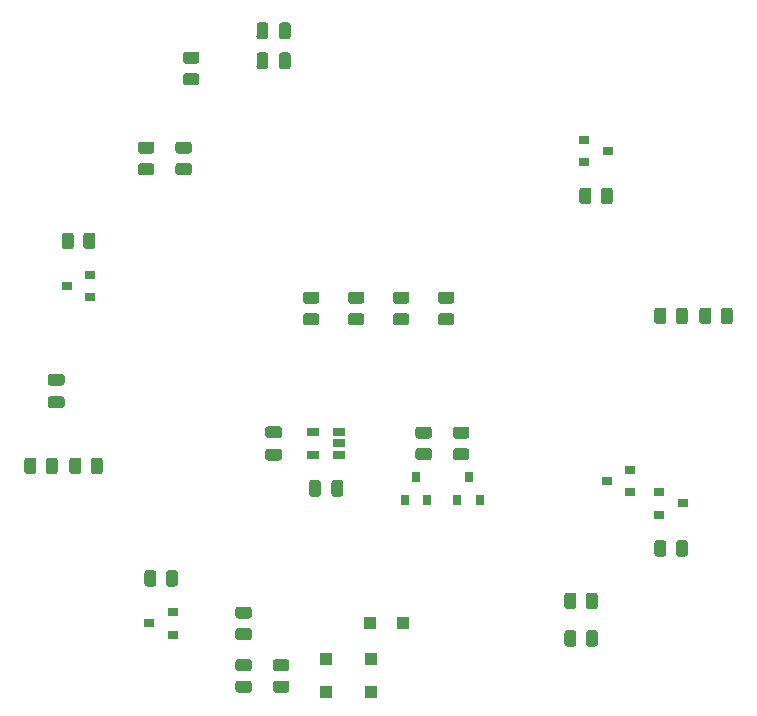
<source format=gbr>
G04 #@! TF.GenerationSoftware,KiCad,Pcbnew,(5.1.9-0-10_14)*
G04 #@! TF.CreationDate,2021-06-02T14:27:10-05:00*
G04 #@! TF.ProjectId,kbxIrBlaster,6b627849-7242-46c6-9173-7465722e6b69,rev?*
G04 #@! TF.SameCoordinates,Original*
G04 #@! TF.FileFunction,Paste,Bot*
G04 #@! TF.FilePolarity,Positive*
%FSLAX46Y46*%
G04 Gerber Fmt 4.6, Leading zero omitted, Abs format (unit mm)*
G04 Created by KiCad (PCBNEW (5.1.9-0-10_14)) date 2021-06-02 14:27:10*
%MOMM*%
%LPD*%
G01*
G04 APERTURE LIST*
%ADD10R,0.900000X0.800000*%
%ADD11R,1.100000X1.100000*%
%ADD12R,1.060000X0.650000*%
%ADD13R,0.800000X0.900000*%
G04 APERTURE END LIST*
D10*
X169320000Y-97620000D03*
X171320000Y-98570000D03*
X171320000Y-96670000D03*
G36*
G01*
X176190000Y-83199998D02*
X176190000Y-84100002D01*
G75*
G02*
X175940002Y-84350000I-249998J0D01*
G01*
X175414998Y-84350000D01*
G75*
G02*
X175165000Y-84100002I0J249998D01*
G01*
X175165000Y-83199998D01*
G75*
G02*
X175414998Y-82950000I249998J0D01*
G01*
X175940002Y-82950000D01*
G75*
G02*
X176190000Y-83199998I0J-249998D01*
G01*
G37*
G36*
G01*
X174365000Y-83199998D02*
X174365000Y-84100002D01*
G75*
G02*
X174115002Y-84350000I-249998J0D01*
G01*
X173589998Y-84350000D01*
G75*
G02*
X173340000Y-84100002I0J249998D01*
G01*
X173340000Y-83199998D01*
G75*
G02*
X173589998Y-82950000I249998J0D01*
G01*
X174115002Y-82950000D01*
G75*
G02*
X174365000Y-83199998I0J-249998D01*
G01*
G37*
G36*
G01*
X167545000Y-108230002D02*
X167545000Y-107329998D01*
G75*
G02*
X167794998Y-107080000I249998J0D01*
G01*
X168320002Y-107080000D01*
G75*
G02*
X168570000Y-107329998I0J-249998D01*
G01*
X168570000Y-108230002D01*
G75*
G02*
X168320002Y-108480000I-249998J0D01*
G01*
X167794998Y-108480000D01*
G75*
G02*
X167545000Y-108230002I0J249998D01*
G01*
G37*
G36*
G01*
X165720000Y-108230002D02*
X165720000Y-107329998D01*
G75*
G02*
X165969998Y-107080000I249998J0D01*
G01*
X166495002Y-107080000D01*
G75*
G02*
X166745000Y-107329998I0J-249998D01*
G01*
X166745000Y-108230002D01*
G75*
G02*
X166495002Y-108480000I-249998J0D01*
G01*
X165969998Y-108480000D01*
G75*
G02*
X165720000Y-108230002I0J249998D01*
G01*
G37*
G36*
G01*
X125635000Y-96800002D02*
X125635000Y-95899998D01*
G75*
G02*
X125884998Y-95650000I249998J0D01*
G01*
X126410002Y-95650000D01*
G75*
G02*
X126660000Y-95899998I0J-249998D01*
G01*
X126660000Y-96800002D01*
G75*
G02*
X126410002Y-97050000I-249998J0D01*
G01*
X125884998Y-97050000D01*
G75*
G02*
X125635000Y-96800002I0J249998D01*
G01*
G37*
G36*
G01*
X123810000Y-96800002D02*
X123810000Y-95899998D01*
G75*
G02*
X124059998Y-95650000I249998J0D01*
G01*
X124585002Y-95650000D01*
G75*
G02*
X124835000Y-95899998I0J-249998D01*
G01*
X124835000Y-96800002D01*
G75*
G02*
X124585002Y-97050000I-249998J0D01*
G01*
X124059998Y-97050000D01*
G75*
G02*
X123810000Y-96800002I0J249998D01*
G01*
G37*
G36*
G01*
X133940002Y-69915000D02*
X133039998Y-69915000D01*
G75*
G02*
X132790000Y-69665002I0J249998D01*
G01*
X132790000Y-69139998D01*
G75*
G02*
X133039998Y-68890000I249998J0D01*
G01*
X133940002Y-68890000D01*
G75*
G02*
X134190000Y-69139998I0J-249998D01*
G01*
X134190000Y-69665002D01*
G75*
G02*
X133940002Y-69915000I-249998J0D01*
G01*
G37*
G36*
G01*
X133940002Y-71740000D02*
X133039998Y-71740000D01*
G75*
G02*
X132790000Y-71490002I0J249998D01*
G01*
X132790000Y-70964998D01*
G75*
G02*
X133039998Y-70715000I249998J0D01*
G01*
X133940002Y-70715000D01*
G75*
G02*
X134190000Y-70964998I0J-249998D01*
G01*
X134190000Y-71490002D01*
G75*
G02*
X133940002Y-71740000I-249998J0D01*
G01*
G37*
D11*
X145555000Y-115530000D03*
X145555000Y-112730000D03*
X152035000Y-109685000D03*
X149235000Y-109685000D03*
X149365000Y-115530000D03*
X149365000Y-112730000D03*
D12*
X144455000Y-93495000D03*
X144455000Y-95395000D03*
X146655000Y-95395000D03*
X146655000Y-94445000D03*
X146655000Y-93495000D03*
G36*
G01*
X139020002Y-113730000D02*
X138119998Y-113730000D01*
G75*
G02*
X137870000Y-113480002I0J249998D01*
G01*
X137870000Y-112954998D01*
G75*
G02*
X138119998Y-112705000I249998J0D01*
G01*
X139020002Y-112705000D01*
G75*
G02*
X139270000Y-112954998I0J-249998D01*
G01*
X139270000Y-113480002D01*
G75*
G02*
X139020002Y-113730000I-249998J0D01*
G01*
G37*
G36*
G01*
X139020002Y-115555000D02*
X138119998Y-115555000D01*
G75*
G02*
X137870000Y-115305002I0J249998D01*
G01*
X137870000Y-114779998D01*
G75*
G02*
X138119998Y-114530000I249998J0D01*
G01*
X139020002Y-114530000D01*
G75*
G02*
X139270000Y-114779998I0J-249998D01*
G01*
X139270000Y-115305002D01*
G75*
G02*
X139020002Y-115555000I-249998J0D01*
G01*
G37*
G36*
G01*
X138119998Y-110085000D02*
X139020002Y-110085000D01*
G75*
G02*
X139270000Y-110334998I0J-249998D01*
G01*
X139270000Y-110860002D01*
G75*
G02*
X139020002Y-111110000I-249998J0D01*
G01*
X138119998Y-111110000D01*
G75*
G02*
X137870000Y-110860002I0J249998D01*
G01*
X137870000Y-110334998D01*
G75*
G02*
X138119998Y-110085000I249998J0D01*
G01*
G37*
G36*
G01*
X138119998Y-108260000D02*
X139020002Y-108260000D01*
G75*
G02*
X139270000Y-108509998I0J-249998D01*
G01*
X139270000Y-109035002D01*
G75*
G02*
X139020002Y-109285000I-249998J0D01*
G01*
X138119998Y-109285000D01*
G75*
G02*
X137870000Y-109035002I0J249998D01*
G01*
X137870000Y-108509998D01*
G75*
G02*
X138119998Y-108260000I249998J0D01*
G01*
G37*
G36*
G01*
X157435002Y-94045000D02*
X156534998Y-94045000D01*
G75*
G02*
X156285000Y-93795002I0J249998D01*
G01*
X156285000Y-93269998D01*
G75*
G02*
X156534998Y-93020000I249998J0D01*
G01*
X157435002Y-93020000D01*
G75*
G02*
X157685000Y-93269998I0J-249998D01*
G01*
X157685000Y-93795002D01*
G75*
G02*
X157435002Y-94045000I-249998J0D01*
G01*
G37*
G36*
G01*
X157435002Y-95870000D02*
X156534998Y-95870000D01*
G75*
G02*
X156285000Y-95620002I0J249998D01*
G01*
X156285000Y-95094998D01*
G75*
G02*
X156534998Y-94845000I249998J0D01*
G01*
X157435002Y-94845000D01*
G75*
G02*
X157685000Y-95094998I0J-249998D01*
G01*
X157685000Y-95620002D01*
G75*
G02*
X157435002Y-95870000I-249998J0D01*
G01*
G37*
G36*
G01*
X141294998Y-114530000D02*
X142195002Y-114530000D01*
G75*
G02*
X142445000Y-114779998I0J-249998D01*
G01*
X142445000Y-115305002D01*
G75*
G02*
X142195002Y-115555000I-249998J0D01*
G01*
X141294998Y-115555000D01*
G75*
G02*
X141045000Y-115305002I0J249998D01*
G01*
X141045000Y-114779998D01*
G75*
G02*
X141294998Y-114530000I249998J0D01*
G01*
G37*
G36*
G01*
X141294998Y-112705000D02*
X142195002Y-112705000D01*
G75*
G02*
X142445000Y-112954998I0J-249998D01*
G01*
X142445000Y-113480002D01*
G75*
G02*
X142195002Y-113730000I-249998J0D01*
G01*
X141294998Y-113730000D01*
G75*
G02*
X141045000Y-113480002I0J249998D01*
G01*
X141045000Y-112954998D01*
G75*
G02*
X141294998Y-112705000I249998J0D01*
G01*
G37*
G36*
G01*
X134575002Y-64120000D02*
X133674998Y-64120000D01*
G75*
G02*
X133425000Y-63870002I0J249998D01*
G01*
X133425000Y-63344998D01*
G75*
G02*
X133674998Y-63095000I249998J0D01*
G01*
X134575002Y-63095000D01*
G75*
G02*
X134825000Y-63344998I0J-249998D01*
G01*
X134825000Y-63870002D01*
G75*
G02*
X134575002Y-64120000I-249998J0D01*
G01*
G37*
G36*
G01*
X134575002Y-62295000D02*
X133674998Y-62295000D01*
G75*
G02*
X133425000Y-62045002I0J249998D01*
G01*
X133425000Y-61519998D01*
G75*
G02*
X133674998Y-61270000I249998J0D01*
G01*
X134575002Y-61270000D01*
G75*
G02*
X134825000Y-61519998I0J-249998D01*
G01*
X134825000Y-62045002D01*
G75*
G02*
X134575002Y-62295000I-249998J0D01*
G01*
G37*
G36*
G01*
X154260002Y-94045000D02*
X153359998Y-94045000D01*
G75*
G02*
X153110000Y-93795002I0J249998D01*
G01*
X153110000Y-93269998D01*
G75*
G02*
X153359998Y-93020000I249998J0D01*
G01*
X154260002Y-93020000D01*
G75*
G02*
X154510000Y-93269998I0J-249998D01*
G01*
X154510000Y-93795002D01*
G75*
G02*
X154260002Y-94045000I-249998J0D01*
G01*
G37*
G36*
G01*
X154260002Y-95870000D02*
X153359998Y-95870000D01*
G75*
G02*
X153110000Y-95620002I0J249998D01*
G01*
X153110000Y-95094998D01*
G75*
G02*
X153359998Y-94845000I249998J0D01*
G01*
X154260002Y-94845000D01*
G75*
G02*
X154510000Y-95094998I0J-249998D01*
G01*
X154510000Y-95620002D01*
G75*
G02*
X154260002Y-95870000I-249998J0D01*
G01*
G37*
G36*
G01*
X168815000Y-73940002D02*
X168815000Y-73039998D01*
G75*
G02*
X169064998Y-72790000I249998J0D01*
G01*
X169590002Y-72790000D01*
G75*
G02*
X169840000Y-73039998I0J-249998D01*
G01*
X169840000Y-73940002D01*
G75*
G02*
X169590002Y-74190000I-249998J0D01*
G01*
X169064998Y-74190000D01*
G75*
G02*
X168815000Y-73940002I0J249998D01*
G01*
G37*
G36*
G01*
X166990000Y-73940002D02*
X166990000Y-73039998D01*
G75*
G02*
X167239998Y-72790000I249998J0D01*
G01*
X167765002Y-72790000D01*
G75*
G02*
X168015000Y-73039998I0J-249998D01*
G01*
X168015000Y-73940002D01*
G75*
G02*
X167765002Y-74190000I-249998J0D01*
G01*
X167239998Y-74190000D01*
G75*
G02*
X166990000Y-73940002I0J249998D01*
G01*
G37*
G36*
G01*
X174365000Y-102884998D02*
X174365000Y-103785002D01*
G75*
G02*
X174115002Y-104035000I-249998J0D01*
G01*
X173589998Y-104035000D01*
G75*
G02*
X173340000Y-103785002I0J249998D01*
G01*
X173340000Y-102884998D01*
G75*
G02*
X173589998Y-102635000I249998J0D01*
G01*
X174115002Y-102635000D01*
G75*
G02*
X174365000Y-102884998I0J-249998D01*
G01*
G37*
G36*
G01*
X176190000Y-102884998D02*
X176190000Y-103785002D01*
G75*
G02*
X175940002Y-104035000I-249998J0D01*
G01*
X175414998Y-104035000D01*
G75*
G02*
X175165000Y-103785002I0J249998D01*
G01*
X175165000Y-102884998D01*
G75*
G02*
X175414998Y-102635000I249998J0D01*
G01*
X175940002Y-102635000D01*
G75*
G02*
X176190000Y-102884998I0J-249998D01*
G01*
G37*
G36*
G01*
X133010000Y-105424998D02*
X133010000Y-106325002D01*
G75*
G02*
X132760002Y-106575000I-249998J0D01*
G01*
X132234998Y-106575000D01*
G75*
G02*
X131985000Y-106325002I0J249998D01*
G01*
X131985000Y-105424998D01*
G75*
G02*
X132234998Y-105175000I249998J0D01*
G01*
X132760002Y-105175000D01*
G75*
G02*
X133010000Y-105424998I0J-249998D01*
G01*
G37*
G36*
G01*
X131185000Y-105424998D02*
X131185000Y-106325002D01*
G75*
G02*
X130935002Y-106575000I-249998J0D01*
G01*
X130409998Y-106575000D01*
G75*
G02*
X130160000Y-106325002I0J249998D01*
G01*
X130160000Y-105424998D01*
G75*
G02*
X130409998Y-105175000I249998J0D01*
G01*
X130935002Y-105175000D01*
G75*
G02*
X131185000Y-105424998I0J-249998D01*
G01*
G37*
G36*
G01*
X124200000Y-76849998D02*
X124200000Y-77750002D01*
G75*
G02*
X123950002Y-78000000I-249998J0D01*
G01*
X123424998Y-78000000D01*
G75*
G02*
X123175000Y-77750002I0J249998D01*
G01*
X123175000Y-76849998D01*
G75*
G02*
X123424998Y-76600000I249998J0D01*
G01*
X123950002Y-76600000D01*
G75*
G02*
X124200000Y-76849998I0J-249998D01*
G01*
G37*
G36*
G01*
X126025000Y-76849998D02*
X126025000Y-77750002D01*
G75*
G02*
X125775002Y-78000000I-249998J0D01*
G01*
X125249998Y-78000000D01*
G75*
G02*
X125000000Y-77750002I0J249998D01*
G01*
X125000000Y-76849998D01*
G75*
G02*
X125249998Y-76600000I249998J0D01*
G01*
X125775002Y-76600000D01*
G75*
G02*
X126025000Y-76849998I0J-249998D01*
G01*
G37*
G36*
G01*
X144735002Y-82615000D02*
X143834998Y-82615000D01*
G75*
G02*
X143585000Y-82365002I0J249998D01*
G01*
X143585000Y-81839998D01*
G75*
G02*
X143834998Y-81590000I249998J0D01*
G01*
X144735002Y-81590000D01*
G75*
G02*
X144985000Y-81839998I0J-249998D01*
G01*
X144985000Y-82365002D01*
G75*
G02*
X144735002Y-82615000I-249998J0D01*
G01*
G37*
G36*
G01*
X144735002Y-84440000D02*
X143834998Y-84440000D01*
G75*
G02*
X143585000Y-84190002I0J249998D01*
G01*
X143585000Y-83664998D01*
G75*
G02*
X143834998Y-83415000I249998J0D01*
G01*
X144735002Y-83415000D01*
G75*
G02*
X144985000Y-83664998I0J-249998D01*
G01*
X144985000Y-84190002D01*
G75*
G02*
X144735002Y-84440000I-249998J0D01*
G01*
G37*
G36*
G01*
X148545002Y-82615000D02*
X147644998Y-82615000D01*
G75*
G02*
X147395000Y-82365002I0J249998D01*
G01*
X147395000Y-81839998D01*
G75*
G02*
X147644998Y-81590000I249998J0D01*
G01*
X148545002Y-81590000D01*
G75*
G02*
X148795000Y-81839998I0J-249998D01*
G01*
X148795000Y-82365002D01*
G75*
G02*
X148545002Y-82615000I-249998J0D01*
G01*
G37*
G36*
G01*
X148545002Y-84440000D02*
X147644998Y-84440000D01*
G75*
G02*
X147395000Y-84190002I0J249998D01*
G01*
X147395000Y-83664998D01*
G75*
G02*
X147644998Y-83415000I249998J0D01*
G01*
X148545002Y-83415000D01*
G75*
G02*
X148795000Y-83664998I0J-249998D01*
G01*
X148795000Y-84190002D01*
G75*
G02*
X148545002Y-84440000I-249998J0D01*
G01*
G37*
G36*
G01*
X152355002Y-82615000D02*
X151454998Y-82615000D01*
G75*
G02*
X151205000Y-82365002I0J249998D01*
G01*
X151205000Y-81839998D01*
G75*
G02*
X151454998Y-81590000I249998J0D01*
G01*
X152355002Y-81590000D01*
G75*
G02*
X152605000Y-81839998I0J-249998D01*
G01*
X152605000Y-82365002D01*
G75*
G02*
X152355002Y-82615000I-249998J0D01*
G01*
G37*
G36*
G01*
X152355002Y-84440000D02*
X151454998Y-84440000D01*
G75*
G02*
X151205000Y-84190002I0J249998D01*
G01*
X151205000Y-83664998D01*
G75*
G02*
X151454998Y-83415000I249998J0D01*
G01*
X152355002Y-83415000D01*
G75*
G02*
X152605000Y-83664998I0J-249998D01*
G01*
X152605000Y-84190002D01*
G75*
G02*
X152355002Y-84440000I-249998J0D01*
G01*
G37*
G36*
G01*
X156165002Y-82615000D02*
X155264998Y-82615000D01*
G75*
G02*
X155015000Y-82365002I0J249998D01*
G01*
X155015000Y-81839998D01*
G75*
G02*
X155264998Y-81590000I249998J0D01*
G01*
X156165002Y-81590000D01*
G75*
G02*
X156415000Y-81839998I0J-249998D01*
G01*
X156415000Y-82365002D01*
G75*
G02*
X156165002Y-82615000I-249998J0D01*
G01*
G37*
G36*
G01*
X156165002Y-84440000D02*
X155264998Y-84440000D01*
G75*
G02*
X155015000Y-84190002I0J249998D01*
G01*
X155015000Y-83664998D01*
G75*
G02*
X155264998Y-83415000I249998J0D01*
G01*
X156165002Y-83415000D01*
G75*
G02*
X156415000Y-83664998I0J-249998D01*
G01*
X156415000Y-84190002D01*
G75*
G02*
X156165002Y-84440000I-249998J0D01*
G01*
G37*
G36*
G01*
X178975000Y-84100002D02*
X178975000Y-83199998D01*
G75*
G02*
X179224998Y-82950000I249998J0D01*
G01*
X179750002Y-82950000D01*
G75*
G02*
X180000000Y-83199998I0J-249998D01*
G01*
X180000000Y-84100002D01*
G75*
G02*
X179750002Y-84350000I-249998J0D01*
G01*
X179224998Y-84350000D01*
G75*
G02*
X178975000Y-84100002I0J249998D01*
G01*
G37*
G36*
G01*
X177150000Y-84100002D02*
X177150000Y-83199998D01*
G75*
G02*
X177399998Y-82950000I249998J0D01*
G01*
X177925002Y-82950000D01*
G75*
G02*
X178175000Y-83199998I0J-249998D01*
G01*
X178175000Y-84100002D01*
G75*
G02*
X177925002Y-84350000I-249998J0D01*
G01*
X177399998Y-84350000D01*
G75*
G02*
X177150000Y-84100002I0J249998D01*
G01*
G37*
G36*
G01*
X167545000Y-111405002D02*
X167545000Y-110504998D01*
G75*
G02*
X167794998Y-110255000I249998J0D01*
G01*
X168320002Y-110255000D01*
G75*
G02*
X168570000Y-110504998I0J-249998D01*
G01*
X168570000Y-111405002D01*
G75*
G02*
X168320002Y-111655000I-249998J0D01*
G01*
X167794998Y-111655000D01*
G75*
G02*
X167545000Y-111405002I0J249998D01*
G01*
G37*
G36*
G01*
X165720000Y-111405002D02*
X165720000Y-110504998D01*
G75*
G02*
X165969998Y-110255000I249998J0D01*
G01*
X166495002Y-110255000D01*
G75*
G02*
X166745000Y-110504998I0J-249998D01*
G01*
X166745000Y-111405002D01*
G75*
G02*
X166495002Y-111655000I-249998J0D01*
G01*
X165969998Y-111655000D01*
G75*
G02*
X165720000Y-111405002I0J249998D01*
G01*
G37*
G36*
G01*
X121025000Y-95899998D02*
X121025000Y-96800002D01*
G75*
G02*
X120775002Y-97050000I-249998J0D01*
G01*
X120249998Y-97050000D01*
G75*
G02*
X120000000Y-96800002I0J249998D01*
G01*
X120000000Y-95899998D01*
G75*
G02*
X120249998Y-95650000I249998J0D01*
G01*
X120775002Y-95650000D01*
G75*
G02*
X121025000Y-95899998I0J-249998D01*
G01*
G37*
G36*
G01*
X122850000Y-95899998D02*
X122850000Y-96800002D01*
G75*
G02*
X122600002Y-97050000I-249998J0D01*
G01*
X122074998Y-97050000D01*
G75*
G02*
X121825000Y-96800002I0J249998D01*
G01*
X121825000Y-95899998D01*
G75*
G02*
X122074998Y-95650000I249998J0D01*
G01*
X122600002Y-95650000D01*
G75*
G02*
X122850000Y-95899998I0J-249998D01*
G01*
G37*
G36*
G01*
X130765002Y-69915000D02*
X129864998Y-69915000D01*
G75*
G02*
X129615000Y-69665002I0J249998D01*
G01*
X129615000Y-69139998D01*
G75*
G02*
X129864998Y-68890000I249998J0D01*
G01*
X130765002Y-68890000D01*
G75*
G02*
X131015000Y-69139998I0J-249998D01*
G01*
X131015000Y-69665002D01*
G75*
G02*
X130765002Y-69915000I-249998J0D01*
G01*
G37*
G36*
G01*
X130765002Y-71740000D02*
X129864998Y-71740000D01*
G75*
G02*
X129615000Y-71490002I0J249998D01*
G01*
X129615000Y-70964998D01*
G75*
G02*
X129864998Y-70715000I249998J0D01*
G01*
X130765002Y-70715000D01*
G75*
G02*
X131015000Y-70964998I0J-249998D01*
G01*
X131015000Y-71490002D01*
G75*
G02*
X130765002Y-71740000I-249998J0D01*
G01*
G37*
D13*
X157620000Y-97255000D03*
X156670000Y-99255000D03*
X158570000Y-99255000D03*
X153175000Y-97255000D03*
X152225000Y-99255000D03*
X154125000Y-99255000D03*
G36*
G01*
X140660000Y-59045000D02*
X140660000Y-59995000D01*
G75*
G02*
X140410000Y-60245000I-250000J0D01*
G01*
X139910000Y-60245000D01*
G75*
G02*
X139660000Y-59995000I0J250000D01*
G01*
X139660000Y-59045000D01*
G75*
G02*
X139910000Y-58795000I250000J0D01*
G01*
X140410000Y-58795000D01*
G75*
G02*
X140660000Y-59045000I0J-250000D01*
G01*
G37*
G36*
G01*
X142560000Y-59045000D02*
X142560000Y-59995000D01*
G75*
G02*
X142310000Y-60245000I-250000J0D01*
G01*
X141810000Y-60245000D01*
G75*
G02*
X141560000Y-59995000I0J250000D01*
G01*
X141560000Y-59045000D01*
G75*
G02*
X141810000Y-58795000I250000J0D01*
G01*
X142310000Y-58795000D01*
G75*
G02*
X142560000Y-59045000I0J-250000D01*
G01*
G37*
G36*
G01*
X140660000Y-61585000D02*
X140660000Y-62535000D01*
G75*
G02*
X140410000Y-62785000I-250000J0D01*
G01*
X139910000Y-62785000D01*
G75*
G02*
X139660000Y-62535000I0J250000D01*
G01*
X139660000Y-61585000D01*
G75*
G02*
X139910000Y-61335000I250000J0D01*
G01*
X140410000Y-61335000D01*
G75*
G02*
X140660000Y-61585000I0J-250000D01*
G01*
G37*
G36*
G01*
X142560000Y-61585000D02*
X142560000Y-62535000D01*
G75*
G02*
X142310000Y-62785000I-250000J0D01*
G01*
X141810000Y-62785000D01*
G75*
G02*
X141560000Y-62535000I0J250000D01*
G01*
X141560000Y-61585000D01*
G75*
G02*
X141810000Y-61335000I250000J0D01*
G01*
X142310000Y-61335000D01*
G75*
G02*
X142560000Y-61585000I0J-250000D01*
G01*
G37*
G36*
G01*
X141585000Y-93995000D02*
X140635000Y-93995000D01*
G75*
G02*
X140385000Y-93745000I0J250000D01*
G01*
X140385000Y-93245000D01*
G75*
G02*
X140635000Y-92995000I250000J0D01*
G01*
X141585000Y-92995000D01*
G75*
G02*
X141835000Y-93245000I0J-250000D01*
G01*
X141835000Y-93745000D01*
G75*
G02*
X141585000Y-93995000I-250000J0D01*
G01*
G37*
G36*
G01*
X141585000Y-95895000D02*
X140635000Y-95895000D01*
G75*
G02*
X140385000Y-95645000I0J250000D01*
G01*
X140385000Y-95145000D01*
G75*
G02*
X140635000Y-94895000I250000J0D01*
G01*
X141585000Y-94895000D01*
G75*
G02*
X141835000Y-95145000I0J-250000D01*
G01*
X141835000Y-95645000D01*
G75*
G02*
X141585000Y-95895000I-250000J0D01*
G01*
G37*
G36*
G01*
X146005000Y-98730000D02*
X146005000Y-97780000D01*
G75*
G02*
X146255000Y-97530000I250000J0D01*
G01*
X146755000Y-97530000D01*
G75*
G02*
X147005000Y-97780000I0J-250000D01*
G01*
X147005000Y-98730000D01*
G75*
G02*
X146755000Y-98980000I-250000J0D01*
G01*
X146255000Y-98980000D01*
G75*
G02*
X146005000Y-98730000I0J250000D01*
G01*
G37*
G36*
G01*
X144105000Y-98730000D02*
X144105000Y-97780000D01*
G75*
G02*
X144355000Y-97530000I250000J0D01*
G01*
X144855000Y-97530000D01*
G75*
G02*
X145105000Y-97780000I0J-250000D01*
G01*
X145105000Y-98730000D01*
G75*
G02*
X144855000Y-98980000I-250000J0D01*
G01*
X144355000Y-98980000D01*
G75*
G02*
X144105000Y-98730000I0J250000D01*
G01*
G37*
G36*
G01*
X123170000Y-89550000D02*
X122220000Y-89550000D01*
G75*
G02*
X121970000Y-89300000I0J250000D01*
G01*
X121970000Y-88800000D01*
G75*
G02*
X122220000Y-88550000I250000J0D01*
G01*
X123170000Y-88550000D01*
G75*
G02*
X123420000Y-88800000I0J-250000D01*
G01*
X123420000Y-89300000D01*
G75*
G02*
X123170000Y-89550000I-250000J0D01*
G01*
G37*
G36*
G01*
X123170000Y-91450000D02*
X122220000Y-91450000D01*
G75*
G02*
X121970000Y-91200000I0J250000D01*
G01*
X121970000Y-90700000D01*
G75*
G02*
X122220000Y-90450000I250000J0D01*
G01*
X123170000Y-90450000D01*
G75*
G02*
X123420000Y-90700000I0J-250000D01*
G01*
X123420000Y-91200000D01*
G75*
G02*
X123170000Y-91450000I-250000J0D01*
G01*
G37*
D10*
X175765000Y-99525000D03*
X173765000Y-98575000D03*
X173765000Y-100475000D03*
X130585000Y-109685000D03*
X132585000Y-110635000D03*
X132585000Y-108735000D03*
X169415000Y-69680000D03*
X167415000Y-68730000D03*
X167415000Y-70630000D03*
X123600000Y-81110000D03*
X125600000Y-82060000D03*
X125600000Y-80160000D03*
M02*

</source>
